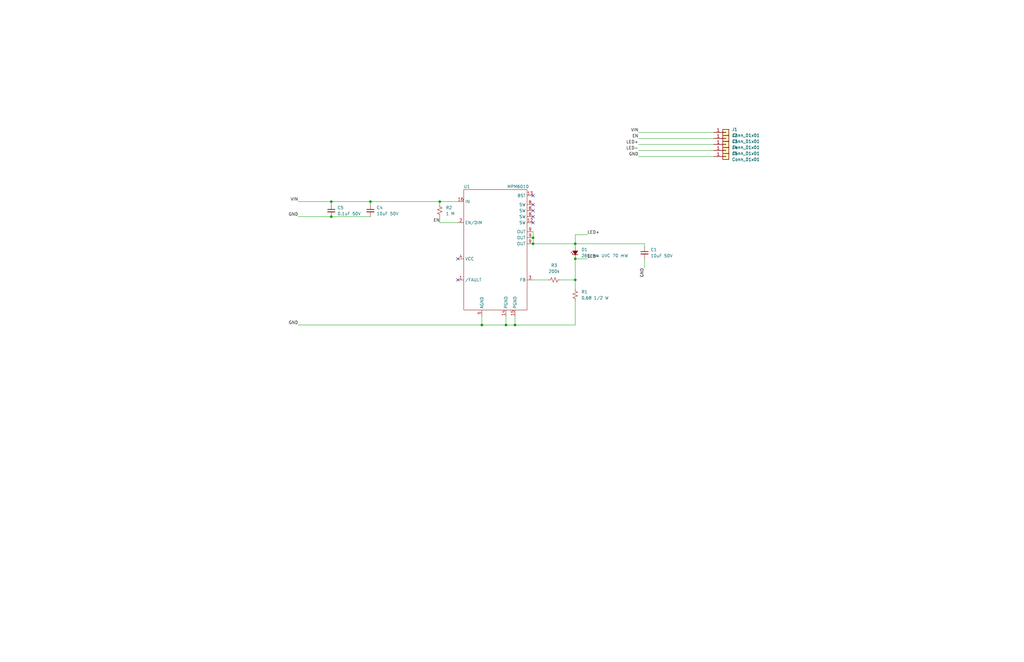
<source format=kicad_sch>
(kicad_sch (version 20231120) (generator "eeschema") (generator_version "8.0")
  (paper "B")
  (title_block (date "2024-09-12"))
  (lib_symbols
    (symbol "Capacitors:C_Small" (pin_numbers hide) (pin_names (offset 0.254) hide)
      (property "Reference" "C" (at 0.254 1.778 0))
      (property "Value" "C_Small" (at 0.254 -2.032 0))
      (symbol "C_Small_0_1"
        (polyline (pts (xy -1.524 -0.508) (xy 1.524 -0.508)) (stroke (width 0.3302)))
        (polyline (pts (xy -1.524 0.508) (xy 1.524 0.508)) (stroke (width 0.3048)))
      )
      (symbol "C_Small_1_1"
        (pin passive line (at 0 2.54 270) (length 2.032) (name "~") (number "1"))
        (pin passive line (at 0 -2.54 90) (length 2.032) (name "~") (number "2"))
      )
    )
    (symbol "Connector_Generic:Conn_01x01" (pin_names (offset 1.016) hide)
      (property "Reference" "J" (at 0 2.54 0))
      (property "Value" "Conn_01x01" (at 0 -2.54 0))
      (symbol "Conn_01x01_1_1"
        (rectangle (start -1.27 0.127) (end 0 -0.127) (stroke (width 0.1524)))
        (rectangle (start -1.27 1.27) (end 1.27 -1.27) (stroke (width 0.254)) (fill (type background)))
        (pin passive line (at -5.08 0 0) (length 3.81) (name "Pin_1") (number "1"))
      )
    )
    (symbol "Device:LED_Small_Filled" (pin_numbers hide) (pin_names (offset 0.254) hide)
      (property "Reference" "D" (at -1.27 3.175 0))
      (property "Value" "LED_Small_Filled" (at -4.445 -2.54 0))
      (symbol "LED_Small_Filled_0_1"
        (polyline (pts (xy -0.762 -1.016) (xy -0.762 1.016)) (stroke (width 0.254)))
        (polyline (pts (xy 1.016 0) (xy -0.762 0)))
        (polyline (pts (xy 0.762 -1.016) (xy -0.762 0) (xy 0.762 1.016) (xy 0.762 -1.016)) (stroke (width 0.254)) (fill (type outline)))
        (polyline (pts (xy 0 0.762) (xy -0.508 1.27) (xy -0.254 1.27) (xy -0.508 1.27) (xy -0.508 1.016)))
        (polyline (pts (xy 0.508 1.27) (xy 0 1.778) (xy 0.254 1.778) (xy 0 1.778) (xy 0 1.524)))
      )
      (symbol "LED_Small_Filled_1_1"
        (pin passive line (at -2.54 0 0) (length 1.778) (name "K") (number "1"))
        (pin passive line (at 2.54 0 180) (length 1.778) (name "A") (number "2"))
      )
    )
    (symbol "Device:R_Small_US" (pin_numbers hide) (pin_names (offset 0.254) hide)
      (property "Reference" "R" (at 0.762 0.508 0))
      (property "Value" "R_Small_US" (at 0.762 -1.016 0))
      (symbol "R_Small_US_1_1"
        (polyline (pts (xy 0 0) (xy 1.016 -0.381) (xy 0 -0.762) (xy -1.016 -1.143) (xy 0 -1.524)))
        (polyline (pts (xy 0 1.524) (xy 1.016 1.143) (xy 0 0.762) (xy -1.016 0.381) (xy 0 0)))
        (pin passive line (at 0 2.54 270) (length 1.016) (name "~") (number "1"))
        (pin passive line (at 0 -2.54 90) (length 1.016) (name "~") (number "2"))
      )
    )
    (symbol "ProjectDevices:MPM6010"
      (property "Reference" "U" (at -12.7 26.67 0))
      (symbol "MPM6010_0_1"
        (rectangle (start -13.97 25.4) (end 12.7 -25.4))
      )
      (symbol "MPM6010_1_1"
        (pin input line (at -16.51 -12.7 0) (length 2.54) (name "/FAULT") (number "1"))
        (pin input line (at 15.24 11.43 180) (length 2.54) (name "SW") (number "12"))
        (pin input line (at 15.24 22.86 180) (length 2.54) (name "BST") (number "13"))
        (pin input line (at 3.81 -27.94 90) (length 2.54) (name "PGND") (number "14"))
        (pin input line (at 7.62 -27.94 90) (length 2.54) (name "PGND") (number "15"))
        (pin input line (at -16.51 20.32 0) (length 2.54) (name "IN") (number "16"))
        (pin input line (at -16.51 11.43 0) (length 2.54) (name "EN/DIM") (number "2"))
        (pin input line (at 15.24 -12.7 180) (length 2.54) (name "FB") (number "3"))
        (pin input line (at -16.51 -3.81 0) (length 2.54) (name "VCC") (number "4"))
        (pin input line (at -6.35 -27.94 90) (length 2.54) (name "AGND") (number "5"))
        (pin input line (at 15.24 13.97 180) (length 2.54) (name "SW") (number "8"))
        (pin input line (at 15.24 16.51 180) (length 2.54) (name "SW") (number "8"))
        (pin input line (at 15.24 19.05 180) (length 2.54) (name "SW") (number "8"))
        (pin input line (at 15.24 2.54 180) (length 2.54) (name "OUT") (number "9"))
        (pin input line (at 15.24 5.08 180) (length 2.54) (name "OUT") (number "9"))
        (pin input line (at 15.24 7.62 180) (length 2.54) (name "OUT") (number "9"))
      )
    )
  )
  (junction (at 242.57 118.11))
  (junction (at 242.57 102.87))
  (junction (at 217.17 137.16))
  (junction (at 139.7 85.09))
  (junction (at 224.79 100.33))
  (junction (at 242.57 109.22))
  (junction (at 203.2 137.16))
  (junction (at 185.42 85.09))
  (junction (at 139.7 91.44))
  (junction (at 213.36 137.16))
  (junction (at 156.21 85.09))
  (junction (at 224.79 102.87))
  (no_connect (at 193.04 109.22))
  (no_connect (at 193.04 118.11))
  (no_connect (at 224.79 82.55))
  (no_connect (at 224.79 88.9))
  (no_connect (at 224.79 91.44))
  (no_connect (at 224.79 86.36))
  (no_connect (at 224.79 93.98))
  (wire (pts (xy 217.17 137.16) (xy 213.36 137.16)))
  (wire (pts (xy 156.21 85.09) (xy 139.7 85.09)))
  (wire (pts (xy 139.7 91.44) (xy 156.21 91.44)))
  (wire (pts (xy 271.78 102.87) (xy 271.78 104.14)))
  (wire (pts (xy 269.24 60.96) (xy 300.99 60.96)))
  (wire (pts (xy 125.73 137.16) (xy 203.2 137.16)))
  (wire (pts (xy 242.57 102.87) (xy 242.57 104.14)))
  (wire (pts (xy 269.24 55.88) (xy 300.99 55.88)))
  (wire (pts (xy 242.57 127) (xy 242.57 137.16)))
  (wire (pts (xy 242.57 102.87) (xy 224.79 102.87)))
  (wire (pts (xy 193.04 93.98) (xy 185.42 93.98)))
  (wire (pts (xy 242.57 109.22) (xy 247.65 109.22)))
  (wire (pts (xy 203.2 133.35) (xy 203.2 137.16)))
  (wire (pts (xy 224.79 97.79) (xy 224.79 100.33)))
  (wire (pts (xy 185.42 85.09) (xy 185.42 86.36)))
  (wire (pts (xy 156.21 85.09) (xy 156.21 86.36)))
  (wire (pts (xy 269.24 66.04) (xy 300.99 66.04)))
  (wire (pts (xy 224.79 100.33) (xy 224.79 102.87)))
  (wire (pts (xy 139.7 85.09) (xy 139.7 86.36)))
  (wire (pts (xy 224.79 118.11) (xy 231.14 118.11)))
  (wire (pts (xy 213.36 137.16) (xy 213.36 133.35)))
  (wire (pts (xy 269.24 58.42) (xy 300.99 58.42)))
  (wire (pts (xy 185.42 91.44) (xy 185.42 93.98)))
  (wire (pts (xy 156.21 85.09) (xy 185.42 85.09)))
  (wire (pts (xy 242.57 137.16) (xy 217.17 137.16)))
  (wire (pts (xy 269.24 63.5) (xy 300.99 63.5)))
  (wire (pts (xy 271.78 109.22) (xy 271.78 113.03)))
  (wire (pts (xy 247.65 99.06) (xy 242.57 99.06)))
  (wire (pts (xy 203.2 137.16) (xy 213.36 137.16)))
  (wire (pts (xy 193.04 85.09) (xy 185.42 85.09)))
  (wire (pts (xy 242.57 102.87) (xy 271.78 102.87)))
  (wire (pts (xy 242.57 109.22) (xy 242.57 118.11)))
  (wire (pts (xy 217.17 133.35) (xy 217.17 137.16)))
  (wire (pts (xy 242.57 118.11) (xy 242.57 121.92)))
  (wire (pts (xy 236.22 118.11) (xy 242.57 118.11)))
  (wire (pts (xy 242.57 99.06) (xy 242.57 102.87)))
  (wire (pts (xy 125.73 85.09) (xy 139.7 85.09)))
  (wire (pts (xy 125.73 91.44) (xy 139.7 91.44)))
  (label "GND" (at 125.73 91.44 180))
  (label "VIN" (at 125.73 85.09 180))
  (label "GND" (at 125.73 137.16 180))
  (label "EN" (at 185.42 93.98 180))
  (label "LED+" (at 247.65 99.06 0))
  (label "VIN" (at 269.24 55.88 180))
  (label "EN" (at 269.24 58.42 180))
  (label "LED+" (at 269.24 60.96 180))
  (label "LED-" (at 269.24 63.5 180))
  (label "GND" (at 271.78 113.03 270))
  (label "GND" (at 269.24 66.04 180))
  (label "LED-" (at 247.65 109.22 0))
  (symbol (lib_id "Capacitors:C_Small") (at 156.21 88.9 0) (unit 1)
    (property "Reference" "C4" (at 158.75 87.6363 0) (effects (justify left)))
    (property "Value" "10uF 50V" (at 158.75 90.1763 0) (effects (justify left)))
    (property "Footprint" "Capacitor_SMD:C_0805_2012Metric" (effects (hide yes)))
    (property "Datasheet" "https://calchip.com/wp-content/uploads/2023/09/GMC-Series-2.pdf" (effects (hide yes)))
    (property "Part Number" "2571-GMC21X5R106K50NTTR-ND" (effects (hide yes)))
    (property "Supplier" "Digikey" (effects (hide yes)))
    (property "Link" "https://www.digikey.com/en/products/detail/cal-chip-electronics-inc/GMC21X5R106K50NT/14003110" (effects (hide yes)))
  )
  (symbol (lib_id "Connector_Generic:Conn_01x01") (at 306.07 58.42 0) (unit 1)
    (property "Reference" "J2" (at 308.61 57.15 0) (effects (justify left)))
    (property "Value" "Conn_01x01" (at 308.61 59.69 0) (effects (justify left)))
    (property "Footprint" "ProjectFootprints:One_PTH" (effects (hide yes)))
  )
  (symbol (lib_id "Connector_Generic:Conn_01x01") (at 306.07 66.04 0) (unit 1)
    (property "Reference" "J5" (at 308.61 64.77 0) (effects (justify left)))
    (property "Value" "Conn_01x01" (at 308.61 67.31 0) (effects (justify left)))
    (property "Footprint" "ProjectFootprints:One_PTH" (effects (hide yes)))
  )
  (symbol (lib_id "Capacitors:C_Small") (at 139.7 88.9 0) (unit 1)
    (property "Reference" "C5" (at 142.24 87.6363 0) (effects (justify left)))
    (property "Value" "0.1uF 50V" (at 142.24 90.1763 0) (effects (justify left)))
    (property "Footprint" "Capacitor_SMD:C_0402_1005Metric" (effects (hide yes)))
    (property "Datasheet" "https://search.murata.co.jp/Ceramy/image/img/A01X/G101/ENG/GCM155R71H104KE02-01.pdf" (effects (hide yes)))
    (property "Part Number" "490-14514-1-ND" (effects (hide yes)))
    (property "Supplier" "Digikey" (effects (hide yes)))
    (property "Link" "https://www.digikey.com/en/products/detail/murata-electronics/GCM155R71H104KE02J/4903705" (effects (hide yes)))
  )
  (symbol (lib_id "Device:R_Small_US") (at 233.68 118.11 90) (unit 1)
    (property "Reference" "R3" (at 233.68 111.9916 90))
    (property "Value" "200k" (at 233.68 114.5316 90))
    (property "Footprint" "Resistor_SMD:R_0402_1005Metric" (effects (hide yes)))
    (property "Datasheet" "https://industrial.panasonic.com/cdbs/www-data/pdf/RDA0000/AOA0000C304.pdf" (effects (hide yes)))
    (property "Part Number" "P200KLCT-ND" (effects (hide yes)))
    (property "Supplier" "Digikey" (effects (hide yes)))
    (property "Link" "https://www.digikey.com/en/products/detail/panasonic-electronic-components/ERJ-2RKF2003X/192216" (effects (hide yes)))
  )
  (symbol (lib_id "Connector_Generic:Conn_01x01") (at 306.07 63.5 0) (unit 1)
    (property "Reference" "J4" (at 308.61 62.23 0) (effects (justify left)))
    (property "Value" "Conn_01x01" (at 308.61 64.77 0) (effects (justify left)))
    (property "Footprint" "ProjectFootprints:One_PTH" (effects (hide yes)))
  )
  (symbol (lib_id "Connector_Generic:Conn_01x01") (at 306.07 55.88 0) (unit 1)
    (property "Reference" "J1" (at 308.61 54.61 0) (effects (justify left)))
    (property "Value" "Conn_01x01" (at 308.61 57.15 0) (effects (justify left)))
    (property "Footprint" "ProjectFootprints:One_PTH" (effects (hide yes)))
  )
  (symbol (lib_id "ProjectDevices:MPM6010") (at 209.55 105.41 0) (unit 1)
    (property "Reference" "U1" (at 196.85 78.74 0))
    (property "Value" "MPM6010" (at 218.44 78.74 0))
    (property "Footprint" "ProjectFootprints:MPM6010" (effects (hide yes)))
    (property "Datasheet" "https://www.monolithicpower.com/en/documentview/productdocument/index/version/2/document_type/Datasheet/lang/en/sku/MPM6010GQV/document_id/1917/" (effects (hide yes)))
    (property "Part Number" "1589-1774-1-ND" (effects (hide yes)))
    (property "Supplier" "Digikey" (effects (hide yes)))
    (property "Link" "https://www.digikey.com/en/products/detail/monolithic-power-systems-inc/MPM6010GQVE-AEC1-Z/7690089" (effects (hide yes)))
  )
  (symbol (lib_id "Device:R_Small_US") (at 242.57 124.46 0) (unit 1)
    (property "Reference" "R1" (at 245.11 123.19 0) (effects (justify left)))
    (property "Value" "0.68 1/2 W" (at 245.11 125.73 0) (effects (justify left)))
    (property "Footprint" "Resistor_SMD:R_0805_2012Metric" (effects (hide yes)))
    (property "Datasheet" "https://industrial.panasonic.com/cdbs/www-data/pdf/RDN0000/AOA0000C313.pdf" (effects (hide yes)))
    (property "Part Number" "P19304CT-ND" (effects (hide yes)))
    (property "Supplier" "Digikey" (effects (hide yes)))
    (property "Link" "https://www.digikey.com/en/products/detail/panasonic-electronic-components/ERJ-6DQFR68V/6004387" (effects (hide yes)))
  )
  (symbol (lib_id "Capacitors:C_Small") (at 271.78 106.68 0) (unit 1)
    (property "Reference" "C1" (at 274.32 105.4163 0) (effects (justify left)))
    (property "Value" "10uF 50V" (at 274.32 107.9563 0) (effects (justify left)))
    (property "Footprint" "Capacitor_SMD:C_0805_2012Metric" (effects (hide yes)))
    (property "Datasheet" "https://calchip.com/wp-content/uploads/2023/09/GMC-Series-2.pdf" (effects (hide yes)))
    (property "Part Number" "2571-GMC21X5R106K50NTTR-ND" (effects (hide yes)))
    (property "Supplier" "Digikey" (effects (hide yes)))
    (property "Link" "https://www.digikey.com/en/products/detail/cal-chip-electronics-inc/GMC21X5R106K50NT/14003110" (effects (hide yes)))
  )
  (symbol (lib_id "Connector_Generic:Conn_01x01") (at 306.07 60.96 0) (unit 1)
    (property "Reference" "J3" (at 308.61 59.69 0) (effects (justify left)))
    (property "Value" "Conn_01x01" (at 308.61 62.23 0) (effects (justify left)))
    (property "Footprint" "ProjectFootprints:One_PTH" (effects (hide yes)))
  )
  (symbol (lib_id "Device:R_Small_US") (at 185.42 88.9 0) (unit 1)
    (property "Reference" "R2" (at 187.96 87.63 0) (effects (justify left)))
    (property "Value" "1 M" (at 187.96 90.17 0) (effects (justify left)))
    (property "Footprint" "Resistor_SMD:R_0402_1005Metric" (effects (hide yes)))
    (property "Datasheet" "https://industrial.panasonic.com/cdbs/www-data/pdf/RDA0000/AOA0000C304.pdf" (effects (hide yes)))
    (property "Part Number" "P1.00MLCT-ND" (effects (hide yes)))
    (property "Supplier" "Digikey" (effects (hide yes)))
    (property "Link" "https://www.digikey.com/en/products/detail/panasonic-electronic-components/ERJ-2RKF1004X/79728" (effects (hide yes)))
  )
  (symbol (lib_id "Device:LED_Small_Filled") (at 242.57 106.68 90) (unit 1)
    (property "Reference" "D1" (at 245.11 105.3465 90) (effects (justify right)))
    (property "Value" "265 nm UVC 70 mW" (at 245.11 107.8865 90) (effects (justify right)))
    (property "Footprint" "ProjectFootprints:ZEUBE265-1DA" (effects (hide yes)))
  )
)
</source>
